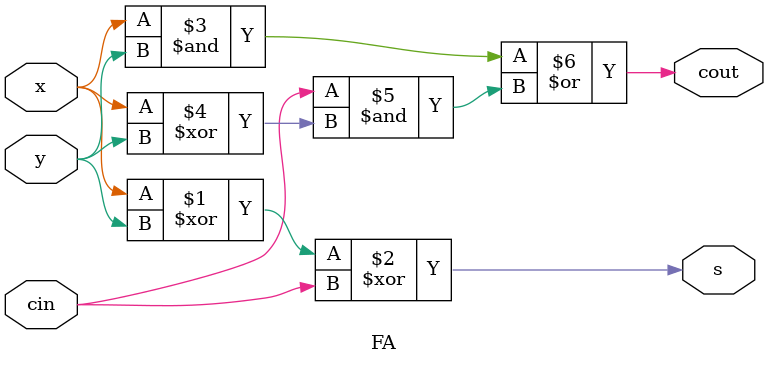
<source format=sv>
module adder_48bit(in1, in2, S, Cout);

input	[47:0]	in1,in2;
output	[47:0]	S;
output			Cout;

logic	[47:1]	temp_c;

FA FA_0(.x(in1[0]), .y(in2[0]), .cin(1'b0), .s(S[0]), .cout(temp_c[1]));
FA FA_1(.x(in1[1]), .y(in2[1]), .cin(temp_c[1]), .s(S[1]), .cout(temp_c[2]));
FA FA_2(.x(in1[2]), .y(in2[2]), .cin(temp_c[2]), .s(S[2]), .cout(temp_c[3]));
FA FA_3(.x(in1[3]), .y(in2[3]), .cin(temp_c[3]), .s(S[3]), .cout(temp_c[4]));
FA FA_4(.x(in1[4]), .y(in2[4]), .cin(temp_c[4]), .s(S[4]), .cout(temp_c[5]));
FA FA_5(.x(in1[5]), .y(in2[5]), .cin(temp_c[5]), .s(S[5]), .cout(temp_c[6]));
FA FA_6(.x(in1[6]), .y(in2[6]), .cin(temp_c[6]), .s(S[6]), .cout(temp_c[7]));
FA FA_7(.x(in1[7]), .y(in2[7]), .cin(temp_c[7]), .s(S[7]), .cout(temp_c[8]));
FA FA_8(.x(in1[8]), .y(in2[8]), .cin(temp_c[8]), .s(S[8]), .cout(temp_c[9]));
FA FA_9(.x(in1[9]), .y(in2[9]), .cin(temp_c[9]), .s(S[9]), .cout(temp_c[10]));
FA FA_10(.x(in1[10]), .y(in2[10]), .cin(temp_c[10]), .s(S[10]), .cout(temp_c[11]));
FA FA_11(.x(in1[11]), .y(in2[11]), .cin(temp_c[11]), .s(S[11]), .cout(temp_c[12]));
FA FA_12(.x(in1[12]), .y(in2[12]), .cin(temp_c[12]), .s(S[12]), .cout(temp_c[13]));
FA FA_13(.x(in1[13]), .y(in2[13]), .cin(temp_c[13]), .s(S[13]), .cout(temp_c[14]));
FA FA_14(.x(in1[14]), .y(in2[14]), .cin(temp_c[14]), .s(S[14]), .cout(temp_c[15]));
FA FA_15(.x(in1[15]), .y(in2[15]), .cin(temp_c[15]), .s(S[15]), .cout(temp_c[16]));
FA FA_16(.x(in1[16]), .y(in2[16]), .cin(temp_c[16]), .s(S[16]), .cout(temp_c[17]));
FA FA_17(.x(in1[17]), .y(in2[17]), .cin(temp_c[17]), .s(S[17]), .cout(temp_c[18]));
FA FA_18(.x(in1[18]), .y(in2[18]), .cin(temp_c[18]), .s(S[18]), .cout(temp_c[19]));
FA FA_19(.x(in1[19]), .y(in2[19]), .cin(temp_c[19]), .s(S[19]), .cout(temp_c[20]));
FA FA_20(.x(in1[20]), .y(in2[20]), .cin(temp_c[20]), .s(S[20]), .cout(temp_c[21]));
FA FA_21(.x(in1[21]), .y(in2[21]), .cin(temp_c[21]), .s(S[21]), .cout(temp_c[22]));
FA FA_22(.x(in1[22]), .y(in2[22]), .cin(temp_c[22]), .s(S[22]), .cout(temp_c[23]));
FA FA_23(.x(in1[23]), .y(in2[23]), .cin(temp_c[23]), .s(S[23]), .cout(temp_c[24]));
FA FA_24(.x(in1[24]), .y(in2[24]), .cin(temp_c[24]), .s(S[24]), .cout(temp_c[25]));
FA FA_25(.x(in1[25]), .y(in2[25]), .cin(temp_c[25]), .s(S[25]), .cout(temp_c[26]));
FA FA_26(.x(in1[26]), .y(in2[26]), .cin(temp_c[26]), .s(S[26]), .cout(temp_c[27]));
FA FA_27(.x(in1[27]), .y(in2[27]), .cin(temp_c[27]), .s(S[27]), .cout(temp_c[28]));
FA FA_28(.x(in1[28]), .y(in2[28]), .cin(temp_c[28]), .s(S[28]), .cout(temp_c[29]));
FA FA_29(.x(in1[29]), .y(in2[29]), .cin(temp_c[29]), .s(S[29]), .cout(temp_c[30]));
FA FA_30(.x(in1[30]), .y(in2[30]), .cin(temp_c[30]), .s(S[30]), .cout(temp_c[31]));
FA FA_31(.x(in1[31]), .y(in2[31]), .cin(temp_c[31]), .s(S[31]), .cout(temp_c[32]));
FA FA_32(.x(in1[32]), .y(in2[32]), .cin(temp_c[32]), .s(S[32]), .cout(temp_c[33]));
FA FA_33(.x(in1[33]), .y(in2[33]), .cin(temp_c[33]), .s(S[33]), .cout(temp_c[34]));
FA FA_34(.x(in1[34]), .y(in2[34]), .cin(temp_c[34]), .s(S[34]), .cout(temp_c[35]));
FA FA_35(.x(in1[35]), .y(in2[35]), .cin(temp_c[35]), .s(S[35]), .cout(temp_c[36]));
FA FA_36(.x(in1[36]), .y(in2[36]), .cin(temp_c[36]), .s(S[36]), .cout(temp_c[37]));
FA FA_37(.x(in1[37]), .y(in2[37]), .cin(temp_c[37]), .s(S[37]), .cout(temp_c[38]));
FA FA_38(.x(in1[38]), .y(in2[38]), .cin(temp_c[38]), .s(S[38]), .cout(temp_c[39]));
FA FA_39(.x(in1[39]), .y(in2[39]), .cin(temp_c[39]), .s(S[39]), .cout(temp_c[40]));
FA FA_40(.x(in1[40]), .y(in2[40]), .cin(temp_c[40]), .s(S[40]), .cout(temp_c[41]));
FA FA_41(.x(in1[41]), .y(in2[41]), .cin(temp_c[41]), .s(S[41]), .cout(temp_c[42]));
FA FA_42(.x(in1[42]), .y(in2[42]), .cin(temp_c[42]), .s(S[42]), .cout(temp_c[43]));
FA FA_43(.x(in1[43]), .y(in2[43]), .cin(temp_c[43]), .s(S[43]), .cout(temp_c[44]));
FA FA_44(.x(in1[44]), .y(in2[44]), .cin(temp_c[44]), .s(S[44]), .cout(temp_c[45]));
FA FA_45(.x(in1[45]), .y(in2[45]), .cin(temp_c[45]), .s(S[45]), .cout(temp_c[46]));
FA FA_46(.x(in1[46]), .y(in2[46]), .cin(temp_c[46]), .s(S[46]), .cout(temp_c[47]));
FA FA_47(.x(in1[47]), .y(in2[47]), .cin(temp_c[47]), .s(S[47]), .cout(Cout));

endmodule

//////////////////////////////////////////////////////////////////////////////


//adder 26 bit
module adder_26bit(in1, in2, S, Cout);

input	[25:0]	in1,in2;
output	[25:0]	S;
output			Cout;

wire	[25:1]	temp_c;

FA FA_0(.x(in1[0]), .y(in2[0]), .cin(1'b0), .s(S[0]), .cout(temp_c[1]));
FA FA_1(.x(in1[1]), .y(in2[1]), .cin(temp_c[1]), .s(S[1]), .cout(temp_c[2]));
FA FA_2(.x(in1[2]), .y(in2[2]), .cin(temp_c[2]), .s(S[2]), .cout(temp_c[3]));
FA FA_3(.x(in1[3]), .y(in2[3]), .cin(temp_c[3]), .s(S[3]), .cout(temp_c[4]));
FA FA_4(.x(in1[4]), .y(in2[4]), .cin(temp_c[4]), .s(S[4]), .cout(temp_c[5]));
FA FA_5(.x(in1[5]), .y(in2[5]), .cin(temp_c[5]), .s(S[5]), .cout(temp_c[6]));
FA FA_6(.x(in1[6]), .y(in2[6]), .cin(temp_c[6]), .s(S[6]), .cout(temp_c[7]));
FA FA_7(.x(in1[7]), .y(in2[7]), .cin(temp_c[7]), .s(S[7]), .cout(temp_c[8]));
FA FA_8(.x(in1[8]), .y(in2[8]), .cin(temp_c[8]), .s(S[8]), .cout(temp_c[9]));
FA FA_9(.x(in1[9]), .y(in2[9]), .cin(temp_c[9]), .s(S[9]), .cout(temp_c[10]));
FA FA_10(.x(in1[10]), .y(in2[10]), .cin(temp_c[10]), .s(S[10]), .cout(temp_c[11]));
FA FA_11(.x(in1[11]), .y(in2[11]), .cin(temp_c[11]), .s(S[11]), .cout(temp_c[12]));
FA FA_12(.x(in1[12]), .y(in2[12]), .cin(temp_c[12]), .s(S[12]), .cout(temp_c[13]));
FA FA_13(.x(in1[13]), .y(in2[13]), .cin(temp_c[13]), .s(S[13]), .cout(temp_c[14]));
FA FA_14(.x(in1[14]), .y(in2[14]), .cin(temp_c[14]), .s(S[14]), .cout(temp_c[15]));
FA FA_15(.x(in1[15]), .y(in2[15]), .cin(temp_c[15]), .s(S[15]), .cout(temp_c[16]));
FA FA_16(.x(in1[16]), .y(in2[16]), .cin(temp_c[16]), .s(S[16]), .cout(temp_c[17]));
FA FA_17(.x(in1[17]), .y(in2[17]), .cin(temp_c[17]), .s(S[17]), .cout(temp_c[18]));
FA FA_18(.x(in1[18]), .y(in2[18]), .cin(temp_c[18]), .s(S[18]), .cout(temp_c[19]));
FA FA_19(.x(in1[19]), .y(in2[19]), .cin(temp_c[19]), .s(S[19]), .cout(temp_c[20]));
FA FA_20(.x(in1[20]), .y(in2[20]), .cin(temp_c[20]), .s(S[20]), .cout(temp_c[21]));
FA FA_21(.x(in1[21]), .y(in2[21]), .cin(temp_c[21]), .s(S[21]), .cout(temp_c[22]));
FA FA_22(.x(in1[22]), .y(in2[22]), .cin(temp_c[22]), .s(S[22]), .cout(temp_c[23]));
FA FA_23(.x(in1[23]), .y(in2[23]), .cin(temp_c[23]), .s(S[23]), .cout(temp_c[24]));
FA FA_24(.x(in1[24]), .y(in2[24]), .cin(temp_c[24]), .s(S[24]), .cout(temp_c[25]));
FA FA_25(.x(in1[25]), .y(in2[25]), .cin(temp_c[25]), .s(S[25]), .cout(Cout));

endmodule

//adder 25 bit

module adder_25bit(in1, in2, S, Cout);

input	[24:0]	in1,in2;
output	[24:0]	S;
output			Cout;

wire	[24:1]	temp_c;

FA FA_0(.x(in1[0]), .y(in2[0]), .cin(1'b0), .s(S[0]), .cout(temp_c[1]));
FA FA_1(.x(in1[1]), .y(in2[1]), .cin(temp_c[1]), .s(S[1]), .cout(temp_c[2]));
FA FA_2(.x(in1[2]), .y(in2[2]), .cin(temp_c[2]), .s(S[2]), .cout(temp_c[3]));
FA FA_3(.x(in1[3]), .y(in2[3]), .cin(temp_c[3]), .s(S[3]), .cout(temp_c[4]));
FA FA_4(.x(in1[4]), .y(in2[4]), .cin(temp_c[4]), .s(S[4]), .cout(temp_c[5]));
FA FA_5(.x(in1[5]), .y(in2[5]), .cin(temp_c[5]), .s(S[5]), .cout(temp_c[6]));
FA FA_6(.x(in1[6]), .y(in2[6]), .cin(temp_c[6]), .s(S[6]), .cout(temp_c[7]));
FA FA_7(.x(in1[7]), .y(in2[7]), .cin(temp_c[7]), .s(S[7]), .cout(temp_c[8]));
FA FA_8(.x(in1[8]), .y(in2[8]), .cin(temp_c[8]), .s(S[8]), .cout(temp_c[9]));
FA FA_9(.x(in1[9]), .y(in2[9]), .cin(temp_c[9]), .s(S[9]), .cout(temp_c[10]));
FA FA_10(.x(in1[10]), .y(in2[10]), .cin(temp_c[10]), .s(S[10]), .cout(temp_c[11]));
FA FA_11(.x(in1[11]), .y(in2[11]), .cin(temp_c[11]), .s(S[11]), .cout(temp_c[12]));
FA FA_12(.x(in1[12]), .y(in2[12]), .cin(temp_c[12]), .s(S[12]), .cout(temp_c[13]));
FA FA_13(.x(in1[13]), .y(in2[13]), .cin(temp_c[13]), .s(S[13]), .cout(temp_c[14]));
FA FA_14(.x(in1[14]), .y(in2[14]), .cin(temp_c[14]), .s(S[14]), .cout(temp_c[15]));
FA FA_15(.x(in1[15]), .y(in2[15]), .cin(temp_c[15]), .s(S[15]), .cout(temp_c[16]));
FA FA_16(.x(in1[16]), .y(in2[16]), .cin(temp_c[16]), .s(S[16]), .cout(temp_c[17]));
FA FA_17(.x(in1[17]), .y(in2[17]), .cin(temp_c[17]), .s(S[17]), .cout(temp_c[18]));
FA FA_18(.x(in1[18]), .y(in2[18]), .cin(temp_c[18]), .s(S[18]), .cout(temp_c[19]));
FA FA_19(.x(in1[19]), .y(in2[19]), .cin(temp_c[19]), .s(S[19]), .cout(temp_c[20]));
FA FA_20(.x(in1[20]), .y(in2[20]), .cin(temp_c[20]), .s(S[20]), .cout(temp_c[21]));
FA FA_21(.x(in1[21]), .y(in2[21]), .cin(temp_c[21]), .s(S[21]), .cout(temp_c[22]));
FA FA_22(.x(in1[22]), .y(in2[22]), .cin(temp_c[22]), .s(S[22]), .cout(temp_c[23]));
FA FA_23(.x(in1[23]), .y(in2[23]), .cin(temp_c[23]), .s(S[23]), .cout(temp_c[24]));
FA FA_24(.x(in1[24]), .y(in2[24]), .cin(temp_c[24]), .s(S[24]), .cout(Cout));

endmodule
/////////////////////////////////////////////////////////

module adder_10bit(in1, in2, S, Cout);

input	[9:0]	in1,in2;
output	[9:0]	S;
output			Cout;

logic	[9:1]	temp_c;

FA FA_0(.x(in1[0]), .y(in2[0]), .cin(1'b0), .s(S[0]), .cout(temp_c[1]));
FA FA_1(.x(in1[1]), .y(in2[1]), .cin(temp_c[1]), .s(S[1]), .cout(temp_c[2]));
FA FA_2(.x(in1[2]), .y(in2[2]), .cin(temp_c[2]), .s(S[2]), .cout(temp_c[3]));
FA FA_3(.x(in1[3]), .y(in2[3]), .cin(temp_c[3]), .s(S[3]), .cout(temp_c[4]));
FA FA_4(.x(in1[4]), .y(in2[4]), .cin(temp_c[4]), .s(S[4]), .cout(temp_c[5]));
FA FA_5(.x(in1[5]), .y(in2[5]), .cin(temp_c[5]), .s(S[5]), .cout(temp_c[6]));
FA FA_6(.x(in1[6]), .y(in2[6]), .cin(temp_c[6]), .s(S[6]), .cout(temp_c[7]));
FA FA_7(.x(in1[7]), .y(in2[7]), .cin(temp_c[7]), .s(S[7]), .cout(temp_c[8]));
FA FA_8(.x(in1[8]), .y(in2[8]), .cin(temp_c[8]), .s(S[8]), .cout(temp_c[9]));
FA FA_9(.x(in1[9]), .y(in2[9]), .cin(temp_c[9]), .s(S[9]), .cout(Cout));

endmodule
/////////////////////////////////////////////////////////////////////////
//adder 9bit
module adder_9bit(in1, in2, S, Cout);

input	[8:0]in1,in2;
output [8:0]S;
output Cout;

logic	[8:1]	temp_c;

FA FA_0(.x(in1[0]), .y(in2[0]), .cin(1'b0), .s(S[0]), .cout(temp_c[1]));
FA FA_1(.x(in1[1]), .y(in2[1]), .cin(temp_c[1]), .s(S[1]), .cout(temp_c[2]));
FA FA_2(.x(in1[2]), .y(in2[2]), .cin(temp_c[2]), .s(S[2]), .cout(temp_c[3]));
FA FA_3(.x(in1[3]), .y(in2[3]), .cin(temp_c[3]), .s(S[3]), .cout(temp_c[4]));
FA FA_4(.x(in1[4]), .y(in2[4]), .cin(temp_c[4]), .s(S[4]), .cout(temp_c[5]));
FA FA_5(.x(in1[5]), .y(in2[5]), .cin(temp_c[5]), .s(S[5]), .cout(temp_c[6]));
FA FA_6(.x(in1[6]), .y(in2[6]), .cin(temp_c[6]), .s(S[6]), .cout(temp_c[7]));
FA FA_7(.x(in1[7]), .y(in2[7]), .cin(temp_c[7]), .s(S[7]), .cout(temp_c[8]));
FA FA_8(.x(in1[8]), .y(in2[8]), .cin(temp_c[8]), .s(S[8]), .cout(Cout));

endmodule

///////////////////////////


// adder 8bit
// Su dung de compare exponent cua 2 so floating point
//Neu so nao nho hon thi dich phai cho den khi exponent bang nhau
module adder_8bit(in1, in2, S, Cout);

input	[7:0]in1,in2;
output [7:0]S;
output Cout;

logic	[7:1]	temp_c;

FA FA_0(.x(in1[0]), .y(in2[0]), .cin(1'b0), .s(S[0]), .cout(temp_c[1]));
FA FA_1(.x(in1[1]), .y(in2[1]), .cin(temp_c[1]), .s(S[1]), .cout(temp_c[2]));
FA FA_2(.x(in1[2]), .y(in2[2]), .cin(temp_c[2]), .s(S[2]), .cout(temp_c[3]));
FA FA_3(.x(in1[3]), .y(in2[3]), .cin(temp_c[3]), .s(S[3]), .cout(temp_c[4]));
FA FA_4(.x(in1[4]), .y(in2[4]), .cin(temp_c[4]), .s(S[4]), .cout(temp_c[5]));
FA FA_5(.x(in1[5]), .y(in2[5]), .cin(temp_c[5]), .s(S[5]), .cout(temp_c[6]));
FA FA_6(.x(in1[6]), .y(in2[6]), .cin(temp_c[6]), .s(S[6]), .cout(temp_c[7]));
FA FA_7(.x(in1[7]), .y(in2[7]), .cin(temp_c[7]), .s(S[7]), .cout(Cout));

endmodule

//////////////////////////////////////////////////////////////////

module adder_6bit(in1, in2, S, Cout);

input	[5:0]in1,in2;
output [5:0]S;
output Cout;

logic	[5:1]	temp_c;

FA FA_0(.x(in1[0]), .y(in2[0]), .cin(1'b0), .s(S[0]), .cout(temp_c[1]));
FA FA_1(.x(in1[1]), .y(in2[1]), .cin(temp_c[1]), .s(S[1]), .cout(temp_c[2]));
FA FA_2(.x(in1[2]), .y(in2[2]), .cin(temp_c[2]), .s(S[2]), .cout(temp_c[3]));
FA FA_3(.x(in1[3]), .y(in2[3]), .cin(temp_c[3]), .s(S[3]), .cout(temp_c[4]));
FA FA_4(.x(in1[4]), .y(in2[4]), .cin(temp_c[4]), .s(S[4]), .cout(temp_c[5]));
FA FA_5(.x(in1[5]), .y(in2[5]), .cin(temp_c[5]), .s(S[5]), .cout(Cout));

endmodule

//////////////////////////////////////////////////////////////////

//////////////////////////////////////////////////////////////////

module adder_5bit(in1, in2, S, Cout);

input	[4:0]	in1,in2;
output	[4:0]	S;
output			Cout;

logic	[4:1]	temp_c;

FA FA_0(.x(in1[0]), .y(in2[0]), .cin(1'b0), .s(S[0]), .cout(temp_c[1]));
FA FA_1(.x(in1[1]), .y(in2[1]), .cin(temp_c[1]), .s(S[1]), .cout(temp_c[2]));
FA FA_2(.x(in1[2]), .y(in2[2]), .cin(temp_c[2]), .s(S[2]), .cout(temp_c[3]));
FA FA_3(.x(in1[3]), .y(in2[3]), .cin(temp_c[3]), .s(S[3]), .cout(temp_c[4]));
FA FA_4(.x(in1[4]), .y(in2[4]), .cin(temp_c[4]), .s(S[4]), .cout(Count));

endmodule


module FA(
	x,
	y,
	cin,
	s,
	cout
);

input x, y, cin;
output s, cout;
	assign s = x ^ y ^ cin;
	assign cout = (x & y) | (cin & (x ^ y));
endmodule

//////////////////////////////////////////////////////////////////
// Full adder 1bit
//module FA(a, b, cin, S, cout);

//input a,b,cin;
//output S,cout;

//assign S=a^b^cin;
//assign cout = (a&b)|(a&cin)|(b&cin);

//endmodule


</source>
